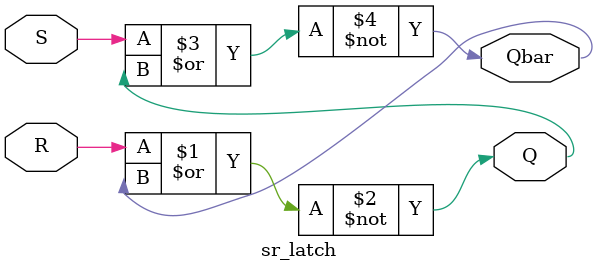
<source format=v>
`timescale 1ns / 1ps
module sr_latch (
input S, // Set input
input R, // Reset input
output Q, // Normal output
output Qbar // Complementary output
);

// Gate-level implementation using NOR gates
assign Q = ~(R | Qbar);
assign Qbar = ~(S | Q);

endmodule
</source>
